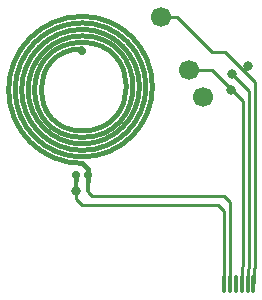
<source format=gbr>
%TF.GenerationSoftware,KiCad,Pcbnew,7.0.10*%
%TF.CreationDate,2024-08-10T06:33:11-07:00*%
%TF.ProjectId,carvera wireless charger circuit,63617276-6572-4612-9077-6972656c6573,rev?*%
%TF.SameCoordinates,Original*%
%TF.FileFunction,Copper,L1,Top*%
%TF.FilePolarity,Positive*%
%FSLAX46Y46*%
G04 Gerber Fmt 4.6, Leading zero omitted, Abs format (unit mm)*
G04 Created by KiCad (PCBNEW 7.0.10) date 2024-08-10 06:33:11*
%MOMM*%
%LPD*%
G01*
G04 APERTURE LIST*
G04 Aperture macros list*
%AMRoundRect*
0 Rectangle with rounded corners*
0 $1 Rounding radius*
0 $2 $3 $4 $5 $6 $7 $8 $9 X,Y pos of 4 corners*
0 Add a 4 corners polygon primitive as box body*
4,1,4,$2,$3,$4,$5,$6,$7,$8,$9,$2,$3,0*
0 Add four circle primitives for the rounded corners*
1,1,$1+$1,$2,$3*
1,1,$1+$1,$4,$5*
1,1,$1+$1,$6,$7*
1,1,$1+$1,$8,$9*
0 Add four rect primitives between the rounded corners*
20,1,$1+$1,$2,$3,$4,$5,0*
20,1,$1+$1,$4,$5,$6,$7,0*
20,1,$1+$1,$6,$7,$8,$9,0*
20,1,$1+$1,$8,$9,$2,$3,0*%
G04 Aperture macros list end*
%TA.AperFunction,EtchedComponent*%
%ADD10C,0.400000*%
%TD*%
%TA.AperFunction,ComponentPad*%
%ADD11C,1.700000*%
%TD*%
%TA.AperFunction,SMDPad,CuDef*%
%ADD12RoundRect,0.100000X-0.100000X0.500000X-0.100000X-0.500000X0.100000X-0.500000X0.100000X0.500000X0*%
%TD*%
%TA.AperFunction,ComponentPad*%
%ADD13C,0.700000*%
%TD*%
%TA.AperFunction,SMDPad,CuDef*%
%ADD14RoundRect,0.075000X-0.075000X-0.675000X0.075000X-0.675000X0.075000X0.675000X-0.075000X0.675000X0*%
%TD*%
%TA.AperFunction,SMDPad,CuDef*%
%ADD15RoundRect,0.075000X0.075000X0.675000X-0.075000X0.675000X-0.075000X-0.675000X0.075000X-0.675000X0*%
%TD*%
%TA.AperFunction,ViaPad*%
%ADD16C,0.800000*%
%TD*%
%TA.AperFunction,Conductor*%
%ADD17C,0.250000*%
%TD*%
G04 APERTURE END LIST*
D10*
%TO.C,L2*%
X0Y-5630000D02*
G75*
G03*
X0Y6270000I0J5950000D01*
G01*
X0Y-5080000D02*
G75*
G03*
X0Y5720000I0J5400000D01*
G01*
X0Y-4530000D02*
G75*
G03*
X0Y5170000I0J4850000D01*
G01*
X0Y-3980000D02*
G75*
G03*
X0Y4620000I0J4300000D01*
G01*
X0Y-3430000D02*
G75*
G03*
X0Y4070000I0J3750000D01*
G01*
X0Y3520000D02*
G75*
G03*
X0Y-3430000I0J-3475000D01*
G01*
X0Y4070000D02*
G75*
G03*
X0Y-3980000I0J-4025000D01*
G01*
X0Y4620000D02*
G75*
G03*
X0Y-4530000I0J-4575000D01*
G01*
X0Y5170000D02*
G75*
G03*
X0Y-5080000I0J-5125000D01*
G01*
X0Y5720000D02*
G75*
G03*
X0Y-5630000I0J-5675000D01*
G01*
X0Y6270000D02*
G75*
G03*
X0Y-6180000I0J-6225000D01*
G01*
X500000Y-7180000D02*
X500000Y-7680000D01*
X-500000Y-7180000D02*
X-500000Y-7620000D01*
X500000Y-6680000D02*
X500000Y-7180000D01*
X0Y-6180000D02*
X500000Y-6680000D01*
%TD*%
D11*
%TO.P,J4,1,Pin_1*%
%TO.N,Net-(J1-Pin_1)*%
X6680056Y6221248D03*
%TD*%
%TO.P,J3,1,Pin_1*%
%TO.N,Net-(J1-Pin_2)*%
X10198580Y-537774D03*
%TD*%
%TO.P,J2,1,Pin_1*%
%TO.N,Net-(J1-Pin_3)*%
X9025739Y1715233D03*
%TD*%
D12*
%TO.P,L2,2,2*%
%TO.N,Net-(J1-Pin_5)*%
X500000Y-8001000D03*
X500000Y-8001000D03*
%TO.P,L2,1,1*%
%TO.N,Net-(J1-Pin_6)*%
X-500000Y-8001000D03*
X-500000Y-8001000D03*
D13*
%TO.P,L2,*%
%TO.N,*%
X500000Y-7180000D03*
X-500000Y-7180000D03*
X0Y3368000D03*
%TD*%
D14*
%TO.P,J1,6,Pin_6*%
%TO.N,Net-(J1-Pin_6)*%
X12007000Y-16390400D03*
%TO.P,J1,5,Pin_5*%
%TO.N,Net-(J1-Pin_5)*%
X12507000Y-16390400D03*
D15*
%TO.P,J1,4,Pin_4*%
%TO.N,unconnected-(J1-Pin_4-Pad4)*%
X13007000Y-16390400D03*
D14*
%TO.P,J1,3,Pin_3*%
%TO.N,Net-(J1-Pin_3)*%
X13511000Y-16390400D03*
%TO.P,J1,2,Pin_2*%
%TO.N,Net-(J1-Pin_2)*%
X14007000Y-16390400D03*
%TO.P,J1,1,Pin_1*%
%TO.N,Net-(J1-Pin_1)*%
X14507000Y-16390400D03*
%TD*%
D16*
%TO.N,Net-(J1-Pin_1)*%
X14011000Y2071600D03*
%TO.N,Net-(J1-Pin_3)*%
X12611000Y71600D03*
%TO.N,Net-(J1-Pin_2)*%
X12711000Y1371600D03*
%TO.N,Net-(J1-Pin_6)*%
X-500000Y-8480000D03*
%TD*%
D17*
%TO.N,Net-(J1-Pin_1)*%
X8029352Y6221248D02*
X10961000Y3289600D01*
X6680056Y6221248D02*
X8029352Y6221248D01*
X10961000Y3289600D02*
X12054880Y3289600D01*
X12054880Y3289600D02*
X13691940Y1652540D01*
%TO.N,Net-(J1-Pin_5)*%
X12507000Y-9432400D02*
X12507000Y-16390400D01*
X12011000Y-8928400D02*
X12511000Y-9428400D01*
X811000Y-8928400D02*
X12011000Y-8928400D01*
X12511000Y-9428400D02*
X12507000Y-9432400D01*
X500000Y-8617400D02*
X811000Y-8928400D01*
X500000Y-8205000D02*
X500000Y-8617400D01*
%TO.N,Net-(J1-Pin_6)*%
X11000Y-9728400D02*
X11511000Y-9728400D01*
X-500000Y-9217400D02*
X11000Y-9728400D01*
X11511000Y-9728400D02*
X12007000Y-10224400D01*
X12007000Y-10224400D02*
X12007000Y-16390400D01*
X-500000Y-8480000D02*
X-500000Y-9217400D01*
%TO.N,Net-(J1-Pin_2)*%
X14111000Y-28400D02*
X12711000Y1371600D01*
X14011000Y-15128400D02*
X14111000Y-15028400D01*
X14011000Y-15568636D02*
X14011000Y-15128400D01*
X14111000Y-15028400D02*
X14111000Y-28400D01*
X14007000Y-15572636D02*
X14011000Y-15568636D01*
X14007000Y-16390400D02*
X14007000Y-15572636D01*
%TO.N,Net-(J1-Pin_3)*%
X10967367Y1715233D02*
X9025739Y1715233D01*
X13611000Y-928400D02*
X10967367Y1715233D01*
X13611000Y-14828400D02*
X13611000Y-928400D01*
X13511000Y-14928400D02*
X13611000Y-14828400D01*
X13511000Y-16390400D02*
X13511000Y-14928400D01*
%TO.N,Net-(J1-Pin_1)*%
X14561000Y-16336400D02*
X14507000Y-16390400D01*
X14561000Y-15078400D02*
X14561000Y-16336400D01*
X14611000Y-15028400D02*
X14561000Y-15078400D01*
X14611000Y733480D02*
X14611000Y-15028400D01*
X13691940Y1652540D02*
X14611000Y733480D01*
X14011000Y1971600D02*
X14011000Y2071600D01*
X13691940Y1652540D02*
X14011000Y1971600D01*
%TD*%
M02*

</source>
